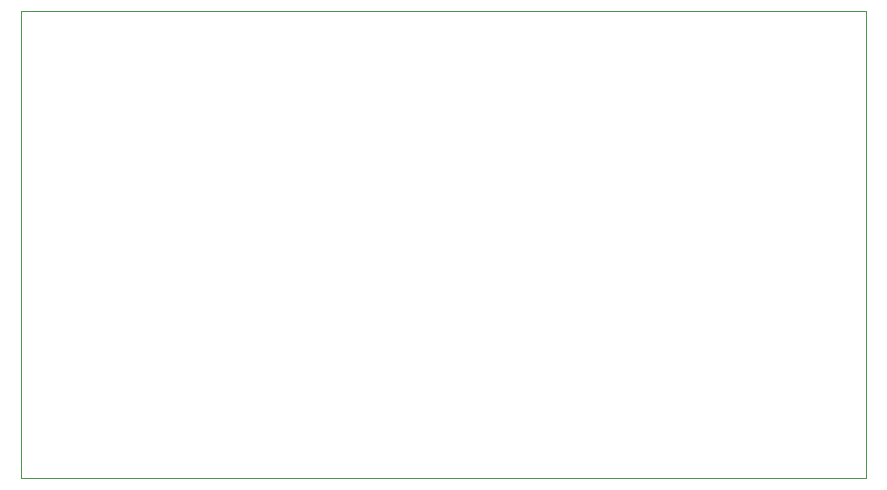
<source format=gbr>
%TF.GenerationSoftware,KiCad,Pcbnew,9.0.0*%
%TF.CreationDate,2025-03-18T18:28:57-04:00*%
%TF.ProjectId,motor power breakout,6d6f746f-7220-4706-9f77-657220627265,rev?*%
%TF.SameCoordinates,Original*%
%TF.FileFunction,Profile,NP*%
%FSLAX46Y46*%
G04 Gerber Fmt 4.6, Leading zero omitted, Abs format (unit mm)*
G04 Created by KiCad (PCBNEW 9.0.0) date 2025-03-18 18:28:57*
%MOMM*%
%LPD*%
G01*
G04 APERTURE LIST*
%TA.AperFunction,Profile*%
%ADD10C,0.050000*%
%TD*%
G04 APERTURE END LIST*
D10*
X111000000Y-87000000D02*
X182500000Y-87000000D01*
X182500000Y-126500000D01*
X111000000Y-126500000D01*
X111000000Y-87000000D01*
M02*

</source>
